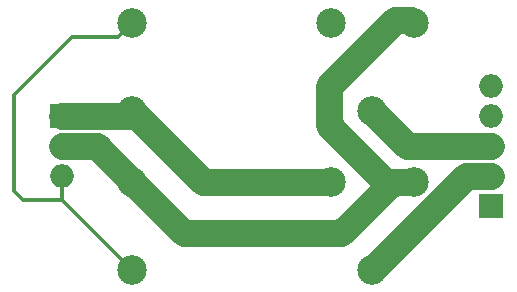
<source format=gbr>
%TF.GenerationSoftware,KiCad,Pcbnew,(5.1.10)-1*%
%TF.CreationDate,2022-08-28T21:22:16-05:00*%
%TF.ProjectId,AC Logic Board,4143204c-6f67-4696-9320-426f6172642e,rev?*%
%TF.SameCoordinates,Original*%
%TF.FileFunction,Copper,L2,Bot*%
%TF.FilePolarity,Positive*%
%FSLAX46Y46*%
G04 Gerber Fmt 4.6, Leading zero omitted, Abs format (unit mm)*
G04 Created by KiCad (PCBNEW (5.1.10)-1) date 2022-08-28 21:22:16*
%MOMM*%
%LPD*%
G01*
G04 APERTURE LIST*
%TA.AperFunction,ComponentPad*%
%ADD10C,2.500000*%
%TD*%
%TA.AperFunction,ComponentPad*%
%ADD11O,1.998980X1.998980*%
%TD*%
%TA.AperFunction,ComponentPad*%
%ADD12R,1.998980X1.998980*%
%TD*%
%TA.AperFunction,Conductor*%
%ADD13C,2.300000*%
%TD*%
%TA.AperFunction,Conductor*%
%ADD14C,1.000000*%
%TD*%
%TA.AperFunction,Conductor*%
%ADD15C,0.300000*%
%TD*%
G04 APERTURE END LIST*
D10*
%TO.P,RLY1,A2*%
%TO.N,A*%
X125336000Y-85919000D03*
%TO.P,RLY1,A1*%
%TO.N,COMMON*%
X125336000Y-78419000D03*
%TO.P,RLY1,11*%
%TO.N,AND*%
X145636000Y-85919000D03*
%TO.P,RLY1,14*%
%TO.N,B*%
X149136000Y-78419000D03*
%TO.P,RLY1,12*%
%TO.N,Net-(RLY1-Pad12)*%
X142136000Y-78419000D03*
%TD*%
%TO.P,RLY2,A2*%
%TO.N,COMMON*%
X125336000Y-99381000D03*
%TO.P,RLY2,A1*%
%TO.N,B*%
X125336000Y-91881000D03*
%TO.P,RLY2,11*%
%TO.N,OR*%
X145636000Y-99381000D03*
%TO.P,RLY2,14*%
%TO.N,B*%
X149136000Y-91881000D03*
%TO.P,RLY2,12*%
%TO.N,A*%
X142136000Y-91881000D03*
%TD*%
D11*
%TO.P,J2,4*%
%TO.N,B*%
X155702000Y-86360000D03*
D12*
%TO.P,J2,1*%
%TO.N,COMMON*%
X155702000Y-93980000D03*
D11*
%TO.P,J2,2*%
%TO.N,OR*%
X155702000Y-91440000D03*
%TO.P,J2,3*%
%TO.N,AND*%
X155702000Y-88900000D03*
%TO.P,J2,5*%
%TO.N,A*%
X155702000Y-83820000D03*
%TD*%
%TO.P,J1,3*%
%TO.N,COMMON*%
X119380000Y-91440000D03*
D12*
%TO.P,J1,1*%
%TO.N,A*%
X119380000Y-86360000D03*
D11*
%TO.P,J1,2*%
%TO.N,B*%
X119380000Y-88900000D03*
%TD*%
D13*
%TO.N,A*%
X119380000Y-86360000D02*
X124895000Y-86360000D01*
X142136000Y-91881000D02*
X131298000Y-91881000D01*
X131298000Y-91881000D02*
X125336000Y-85919000D01*
D14*
X124895000Y-86360000D02*
X125336000Y-85919000D01*
D13*
%TO.N,B*%
X147574000Y-78232000D02*
X148949000Y-78232000D01*
X148949000Y-78232000D02*
X149136000Y-78419000D01*
X141986000Y-83820000D02*
X147574000Y-78232000D01*
X141986000Y-87122000D02*
X141986000Y-83820000D01*
X146745000Y-91881000D02*
X141986000Y-87122000D01*
X149136000Y-91881000D02*
X146745000Y-91881000D01*
X119380000Y-88900000D02*
X122355000Y-88900000D01*
X122355000Y-88900000D02*
X125336000Y-91881000D01*
X142983234Y-96266000D02*
X129721000Y-96266000D01*
X129721000Y-96266000D02*
X125336000Y-91881000D01*
X149136000Y-91881000D02*
X147368234Y-91881000D01*
X147368234Y-91881000D02*
X142983234Y-96266000D01*
D15*
%TO.N,COMMON*%
X115316000Y-92710000D02*
X116031000Y-93425000D01*
X116031000Y-93425000D02*
X119380000Y-93425000D01*
X115316000Y-84582000D02*
X115316000Y-92710000D01*
X120229001Y-79668999D02*
X115316000Y-84582000D01*
X125336000Y-78419000D02*
X124086001Y-79668999D01*
X124086001Y-79668999D02*
X120229001Y-79668999D01*
X119380000Y-91440000D02*
X119380000Y-93425000D01*
X119380000Y-93425000D02*
X125336000Y-99381000D01*
D13*
%TO.N,AND*%
X155702000Y-88900000D02*
X148617000Y-88900000D01*
X148617000Y-88900000D02*
X145636000Y-85919000D01*
%TO.N,OR*%
X155702000Y-91440000D02*
X153577000Y-91440000D01*
X153577000Y-91440000D02*
X145636000Y-99381000D01*
%TD*%
M02*

</source>
